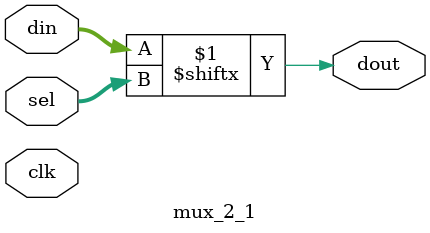
<source format=sv>
module mux_2_1 
 #( parameter K = 3,
    parameter N = 2**K   // Data width of each input
  )
  ( input logic clk,
    input logic [N-1:0] din, // Input data signals
    input logic [K-1:0] sel,      // Select signal
    output logic dout              // Output signal
  );

    assign dout = din[sel];

endmodule
</source>
